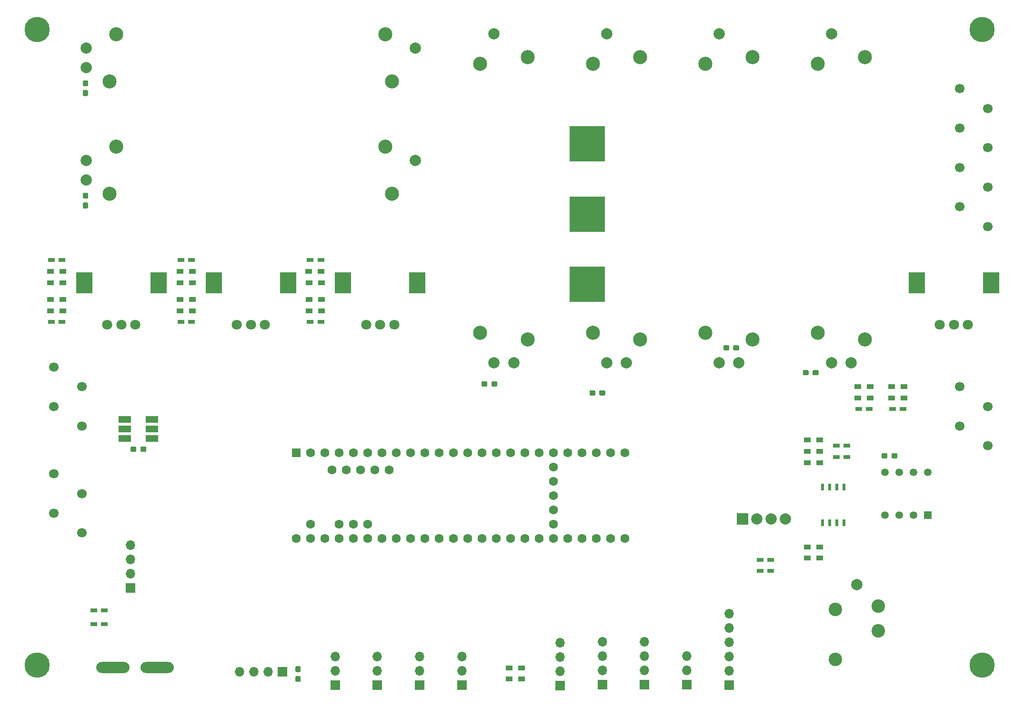
<source format=gbr>
G04 #@! TF.GenerationSoftware,KiCad,Pcbnew,5.1.2-f72e74a~84~ubuntu18.04.1*
G04 #@! TF.CreationDate,2019-07-06T16:20:52-06:00*
G04 #@! TF.ProjectId,colordance_mini,636f6c6f-7264-4616-9e63-655f6d696e69,rev?*
G04 #@! TF.SameCoordinates,Original*
G04 #@! TF.FileFunction,Soldermask,Bot*
G04 #@! TF.FilePolarity,Negative*
%FSLAX46Y46*%
G04 Gerber Fmt 4.6, Leading zero omitted, Abs format (unit mm)*
G04 Created by KiCad (PCBNEW 5.1.2-f72e74a~84~ubuntu18.04.1) date 2019-07-06 16:20:52*
%MOMM*%
%LPD*%
G04 APERTURE LIST*
%ADD10R,1.200000X0.750000*%
%ADD11R,2.203200X1.303200*%
%ADD12C,1.700000*%
%ADD13R,1.700000X1.700000*%
%ADD14O,1.700000X1.700000*%
%ADD15R,1.200000X0.900000*%
%ADD16C,2.000000*%
%ADD17C,2.500000*%
%ADD18R,3.000000X3.700000*%
%ADD19C,1.800000*%
%ADD20R,2.000000X2.000000*%
%ADD21R,1.350000X1.350000*%
%ADD22C,1.350000*%
%ADD23C,2.400000*%
%ADD24C,4.500000*%
%ADD25C,1.600000*%
%ADD26R,1.600000X1.600000*%
%ADD27R,0.508000X1.143000*%
%ADD28R,6.271260X6.271260*%
%ADD29C,0.100000*%
%ADD30C,0.950000*%
%ADD31O,5.930000X1.970000*%
G04 APERTURE END LIST*
D10*
X29550000Y-97000000D03*
X31450000Y-97000000D03*
X52550000Y-97000000D03*
X54450000Y-97000000D03*
X29550000Y-86000000D03*
X31450000Y-86000000D03*
X52550000Y-86000000D03*
X54450000Y-86000000D03*
X75550000Y-97000000D03*
X77450000Y-97000000D03*
X173050000Y-112500000D03*
X174950000Y-112500000D03*
X157434588Y-139277576D03*
X155534588Y-139277576D03*
X157434588Y-141277576D03*
X155534588Y-141277576D03*
X75550000Y-86000000D03*
X77450000Y-86000000D03*
X179050000Y-112500000D03*
X180950000Y-112500000D03*
X170950000Y-121000000D03*
X169050000Y-121000000D03*
X170950000Y-119000000D03*
X169050000Y-119000000D03*
D11*
X42600000Y-114299999D03*
X42600002Y-116000000D03*
X42600000Y-117700000D03*
X47400000Y-117700001D03*
X47399998Y-116000000D03*
X47400000Y-114300000D03*
D12*
X196000000Y-80000000D03*
X191000000Y-76500000D03*
X196000000Y-73000000D03*
X191000000Y-69500000D03*
X196000000Y-66000000D03*
X196000000Y-59000000D03*
X191000000Y-62500000D03*
X191000000Y-55500000D03*
D13*
X43600000Y-144300000D03*
D14*
X43600000Y-141760000D03*
X43600000Y-139220000D03*
X43600000Y-136680000D03*
D13*
X142500000Y-161500000D03*
D14*
X142500000Y-158960000D03*
X142500000Y-156420000D03*
D12*
X30000000Y-124000000D03*
X35000000Y-127500000D03*
X30000000Y-131000000D03*
X35000000Y-134500000D03*
X30000000Y-105000000D03*
X35000000Y-108500000D03*
X30000000Y-112000000D03*
X35000000Y-115500000D03*
X196000000Y-119000000D03*
X191000000Y-115500000D03*
X196000000Y-112000000D03*
X191000000Y-108500000D03*
D13*
X150000000Y-161580000D03*
D14*
X150000000Y-159040000D03*
X150000000Y-156500000D03*
X150000000Y-153960000D03*
X150000000Y-151420000D03*
X150000000Y-148880000D03*
D13*
X120000000Y-161620000D03*
D14*
X120000000Y-159080000D03*
X120000000Y-156540000D03*
X120000000Y-154000000D03*
D13*
X127500000Y-161500000D03*
D14*
X127500000Y-158960000D03*
X127500000Y-156420000D03*
X127500000Y-153880000D03*
D13*
X80000000Y-161580000D03*
D14*
X80000000Y-159040000D03*
X80000000Y-156500000D03*
D13*
X95000000Y-161580000D03*
D14*
X95000000Y-159040000D03*
X95000000Y-156500000D03*
D13*
X87500000Y-161580000D03*
D14*
X87500000Y-159040000D03*
X87500000Y-156500000D03*
D13*
X102500000Y-161580000D03*
D14*
X102500000Y-159040000D03*
X102500000Y-156500000D03*
D13*
X135000000Y-161500000D03*
D14*
X135000000Y-158960000D03*
X135000000Y-156420000D03*
X135000000Y-153880000D03*
D15*
X166100000Y-122000000D03*
X163900000Y-122000000D03*
X163900000Y-139000000D03*
X166100000Y-139000000D03*
X163900000Y-120000000D03*
X166100000Y-120000000D03*
X31600000Y-95000000D03*
X29400000Y-95000000D03*
X54600000Y-95000000D03*
X52400000Y-95000000D03*
X29400000Y-93000000D03*
X31600000Y-93000000D03*
X52400000Y-93000000D03*
X54600000Y-93000000D03*
X29400000Y-90000000D03*
X31600000Y-90000000D03*
X52400000Y-90000000D03*
X54600000Y-90000000D03*
X29400000Y-88000000D03*
X31600000Y-88000000D03*
X52400000Y-88000000D03*
X54600000Y-88000000D03*
X77600000Y-95000000D03*
X75400000Y-95000000D03*
X175100000Y-110500000D03*
X172900000Y-110500000D03*
X75400000Y-93000000D03*
X77600000Y-93000000D03*
X172900000Y-108500000D03*
X175100000Y-108500000D03*
X75400000Y-90000000D03*
X77600000Y-90000000D03*
X178900000Y-108500000D03*
X181100000Y-108500000D03*
X75300000Y-88000000D03*
X77500000Y-88000000D03*
X178900000Y-110500000D03*
X181100000Y-110500000D03*
X166100000Y-137000000D03*
X163900000Y-137000000D03*
X163900000Y-118000000D03*
X166100000Y-118000000D03*
X110900000Y-158500000D03*
X113100000Y-158500000D03*
X110900000Y-160500000D03*
X113100000Y-160500000D03*
D16*
X108250000Y-45750000D03*
X111750000Y-104250000D03*
D17*
X105800000Y-51100000D03*
X105800000Y-98900000D03*
X114200000Y-49900000D03*
X114200000Y-100100000D03*
D16*
X108250000Y-104250000D03*
X128250000Y-45750000D03*
X131750000Y-104250000D03*
D17*
X125800000Y-51100000D03*
X125800000Y-98900000D03*
X134200000Y-49900000D03*
X134200000Y-100100000D03*
D16*
X128250000Y-104250000D03*
X94250000Y-48250000D03*
X35750000Y-51750000D03*
D17*
X88900000Y-45800000D03*
X41100000Y-45800000D03*
X90100000Y-54200000D03*
X39900000Y-54200000D03*
D16*
X35750000Y-48250000D03*
X94250000Y-68250000D03*
X35750000Y-71750000D03*
D17*
X88900000Y-65800000D03*
X41100000Y-65800000D03*
X90100000Y-74200000D03*
X39900000Y-74200000D03*
D16*
X35750000Y-68250000D03*
X148250000Y-45750000D03*
X151750000Y-104250000D03*
D17*
X145800000Y-51100000D03*
X145800000Y-98900000D03*
X154200000Y-49900000D03*
X154200000Y-100100000D03*
D16*
X148250000Y-104250000D03*
X168250000Y-45750000D03*
X171750000Y-104250000D03*
D17*
X165800000Y-51100000D03*
X165800000Y-98900000D03*
X174200000Y-49900000D03*
X174200000Y-100100000D03*
D16*
X168250000Y-104250000D03*
D18*
X35400000Y-90000000D03*
X48600000Y-90000000D03*
D19*
X42000000Y-97500000D03*
X39500000Y-97500000D03*
X44500000Y-97500000D03*
D18*
X58400000Y-90000000D03*
X71600000Y-90000000D03*
D19*
X65000000Y-97500000D03*
X62500000Y-97500000D03*
X67500000Y-97500000D03*
D18*
X81400000Y-90000000D03*
X94600000Y-90000000D03*
D19*
X88000000Y-97500000D03*
X85500000Y-97500000D03*
X90500000Y-97500000D03*
D18*
X183400000Y-90000000D03*
X196600000Y-90000000D03*
D19*
X190000000Y-97500000D03*
X187500000Y-97500000D03*
X192500000Y-97500000D03*
D20*
X152420000Y-132000000D03*
D16*
X154960000Y-132000000D03*
X157500000Y-132000000D03*
X160040000Y-132000000D03*
D21*
X185310000Y-131310000D03*
D22*
X182770000Y-131310000D03*
X180230000Y-131310000D03*
X177690000Y-131310000D03*
X177690000Y-123690000D03*
X180230000Y-123690000D03*
X182770000Y-123690000D03*
X185310000Y-123690000D03*
D10*
X38983814Y-148240702D03*
X37083814Y-148240702D03*
X38983814Y-150740702D03*
X37083814Y-150740702D03*
D16*
X172690000Y-143685000D03*
D23*
X168880000Y-148135000D03*
X176500000Y-147500000D03*
X168880000Y-157025000D03*
X176500000Y-151945000D03*
D24*
X195000000Y-45000000D03*
X27000000Y-158000000D03*
X27000000Y-45000000D03*
X195000000Y-158000000D03*
D25*
X113700000Y-120260000D03*
X116240000Y-120260000D03*
X118780000Y-120260000D03*
X121320000Y-120260000D03*
X111160000Y-120260000D03*
X108620000Y-120260000D03*
X106080000Y-120260000D03*
X123860000Y-120260000D03*
X126400000Y-120260000D03*
X128940000Y-120260000D03*
X131480000Y-120260000D03*
X118780000Y-122800000D03*
X118780000Y-125340000D03*
X118780000Y-127880000D03*
X118780000Y-130420000D03*
X118780000Y-132960000D03*
X131480000Y-135500000D03*
X128940000Y-135500000D03*
X126400000Y-135500000D03*
X123860000Y-135500000D03*
X121320000Y-135500000D03*
X118780000Y-135500000D03*
X116240000Y-135500000D03*
X113700000Y-135500000D03*
X103540000Y-120260000D03*
X101000000Y-120260000D03*
X98460000Y-120260000D03*
X95920000Y-120260000D03*
X93380000Y-120260000D03*
X90840000Y-120260000D03*
X88300000Y-120260000D03*
X85760000Y-120260000D03*
X83220000Y-120260000D03*
X80680000Y-120260000D03*
X78140000Y-120260000D03*
X75600000Y-120260000D03*
D26*
X73060000Y-120260000D03*
D25*
X111160000Y-135500000D03*
X108620000Y-135500000D03*
X106080000Y-135500000D03*
X103540000Y-135500000D03*
X101000000Y-135500000D03*
X98460000Y-135500000D03*
X95920000Y-135500000D03*
X93380000Y-135500000D03*
X90840000Y-135500000D03*
X88300000Y-135500000D03*
X85760000Y-135500000D03*
X83220000Y-135500000D03*
X80680000Y-135500000D03*
X78140000Y-135500000D03*
X75600000Y-135500000D03*
X73060000Y-135500000D03*
X75600000Y-132960000D03*
X80680000Y-132960000D03*
X83220000Y-132960000D03*
X85760000Y-132960000D03*
X79410000Y-123260000D03*
X81950000Y-123260000D03*
X84490000Y-123260000D03*
X87030000Y-123260000D03*
X89570000Y-123260000D03*
D27*
X166595000Y-132675000D03*
X167865000Y-132675000D03*
X169135000Y-132675000D03*
X170405000Y-132675000D03*
X170405000Y-126325000D03*
X169135000Y-126325000D03*
X167865000Y-126325000D03*
X166595000Y-126325000D03*
D28*
X124800000Y-90299340D03*
X124800000Y-77800000D03*
X124800000Y-65300660D03*
D29*
G36*
X108585779Y-107526144D02*
G01*
X108608834Y-107529563D01*
X108631443Y-107535227D01*
X108653387Y-107543079D01*
X108674457Y-107553044D01*
X108694448Y-107565026D01*
X108713168Y-107578910D01*
X108730438Y-107594562D01*
X108746090Y-107611832D01*
X108759974Y-107630552D01*
X108771956Y-107650543D01*
X108781921Y-107671613D01*
X108789773Y-107693557D01*
X108795437Y-107716166D01*
X108798856Y-107739221D01*
X108800000Y-107762500D01*
X108800000Y-108237500D01*
X108798856Y-108260779D01*
X108795437Y-108283834D01*
X108789773Y-108306443D01*
X108781921Y-108328387D01*
X108771956Y-108349457D01*
X108759974Y-108369448D01*
X108746090Y-108388168D01*
X108730438Y-108405438D01*
X108713168Y-108421090D01*
X108694448Y-108434974D01*
X108674457Y-108446956D01*
X108653387Y-108456921D01*
X108631443Y-108464773D01*
X108608834Y-108470437D01*
X108585779Y-108473856D01*
X108562500Y-108475000D01*
X107987500Y-108475000D01*
X107964221Y-108473856D01*
X107941166Y-108470437D01*
X107918557Y-108464773D01*
X107896613Y-108456921D01*
X107875543Y-108446956D01*
X107855552Y-108434974D01*
X107836832Y-108421090D01*
X107819562Y-108405438D01*
X107803910Y-108388168D01*
X107790026Y-108369448D01*
X107778044Y-108349457D01*
X107768079Y-108328387D01*
X107760227Y-108306443D01*
X107754563Y-108283834D01*
X107751144Y-108260779D01*
X107750000Y-108237500D01*
X107750000Y-107762500D01*
X107751144Y-107739221D01*
X107754563Y-107716166D01*
X107760227Y-107693557D01*
X107768079Y-107671613D01*
X107778044Y-107650543D01*
X107790026Y-107630552D01*
X107803910Y-107611832D01*
X107819562Y-107594562D01*
X107836832Y-107578910D01*
X107855552Y-107565026D01*
X107875543Y-107553044D01*
X107896613Y-107543079D01*
X107918557Y-107535227D01*
X107941166Y-107529563D01*
X107964221Y-107526144D01*
X107987500Y-107525000D01*
X108562500Y-107525000D01*
X108585779Y-107526144D01*
X108585779Y-107526144D01*
G37*
D30*
X108275000Y-108000000D03*
D29*
G36*
X106835779Y-107526144D02*
G01*
X106858834Y-107529563D01*
X106881443Y-107535227D01*
X106903387Y-107543079D01*
X106924457Y-107553044D01*
X106944448Y-107565026D01*
X106963168Y-107578910D01*
X106980438Y-107594562D01*
X106996090Y-107611832D01*
X107009974Y-107630552D01*
X107021956Y-107650543D01*
X107031921Y-107671613D01*
X107039773Y-107693557D01*
X107045437Y-107716166D01*
X107048856Y-107739221D01*
X107050000Y-107762500D01*
X107050000Y-108237500D01*
X107048856Y-108260779D01*
X107045437Y-108283834D01*
X107039773Y-108306443D01*
X107031921Y-108328387D01*
X107021956Y-108349457D01*
X107009974Y-108369448D01*
X106996090Y-108388168D01*
X106980438Y-108405438D01*
X106963168Y-108421090D01*
X106944448Y-108434974D01*
X106924457Y-108446956D01*
X106903387Y-108456921D01*
X106881443Y-108464773D01*
X106858834Y-108470437D01*
X106835779Y-108473856D01*
X106812500Y-108475000D01*
X106237500Y-108475000D01*
X106214221Y-108473856D01*
X106191166Y-108470437D01*
X106168557Y-108464773D01*
X106146613Y-108456921D01*
X106125543Y-108446956D01*
X106105552Y-108434974D01*
X106086832Y-108421090D01*
X106069562Y-108405438D01*
X106053910Y-108388168D01*
X106040026Y-108369448D01*
X106028044Y-108349457D01*
X106018079Y-108328387D01*
X106010227Y-108306443D01*
X106004563Y-108283834D01*
X106001144Y-108260779D01*
X106000000Y-108237500D01*
X106000000Y-107762500D01*
X106001144Y-107739221D01*
X106004563Y-107716166D01*
X106010227Y-107693557D01*
X106018079Y-107671613D01*
X106028044Y-107650543D01*
X106040026Y-107630552D01*
X106053910Y-107611832D01*
X106069562Y-107594562D01*
X106086832Y-107578910D01*
X106105552Y-107565026D01*
X106125543Y-107553044D01*
X106146613Y-107543079D01*
X106168557Y-107535227D01*
X106191166Y-107529563D01*
X106214221Y-107526144D01*
X106237500Y-107525000D01*
X106812500Y-107525000D01*
X106835779Y-107526144D01*
X106835779Y-107526144D01*
G37*
D30*
X106525000Y-108000000D03*
D29*
G36*
X127785779Y-109126144D02*
G01*
X127808834Y-109129563D01*
X127831443Y-109135227D01*
X127853387Y-109143079D01*
X127874457Y-109153044D01*
X127894448Y-109165026D01*
X127913168Y-109178910D01*
X127930438Y-109194562D01*
X127946090Y-109211832D01*
X127959974Y-109230552D01*
X127971956Y-109250543D01*
X127981921Y-109271613D01*
X127989773Y-109293557D01*
X127995437Y-109316166D01*
X127998856Y-109339221D01*
X128000000Y-109362500D01*
X128000000Y-109837500D01*
X127998856Y-109860779D01*
X127995437Y-109883834D01*
X127989773Y-109906443D01*
X127981921Y-109928387D01*
X127971956Y-109949457D01*
X127959974Y-109969448D01*
X127946090Y-109988168D01*
X127930438Y-110005438D01*
X127913168Y-110021090D01*
X127894448Y-110034974D01*
X127874457Y-110046956D01*
X127853387Y-110056921D01*
X127831443Y-110064773D01*
X127808834Y-110070437D01*
X127785779Y-110073856D01*
X127762500Y-110075000D01*
X127187500Y-110075000D01*
X127164221Y-110073856D01*
X127141166Y-110070437D01*
X127118557Y-110064773D01*
X127096613Y-110056921D01*
X127075543Y-110046956D01*
X127055552Y-110034974D01*
X127036832Y-110021090D01*
X127019562Y-110005438D01*
X127003910Y-109988168D01*
X126990026Y-109969448D01*
X126978044Y-109949457D01*
X126968079Y-109928387D01*
X126960227Y-109906443D01*
X126954563Y-109883834D01*
X126951144Y-109860779D01*
X126950000Y-109837500D01*
X126950000Y-109362500D01*
X126951144Y-109339221D01*
X126954563Y-109316166D01*
X126960227Y-109293557D01*
X126968079Y-109271613D01*
X126978044Y-109250543D01*
X126990026Y-109230552D01*
X127003910Y-109211832D01*
X127019562Y-109194562D01*
X127036832Y-109178910D01*
X127055552Y-109165026D01*
X127075543Y-109153044D01*
X127096613Y-109143079D01*
X127118557Y-109135227D01*
X127141166Y-109129563D01*
X127164221Y-109126144D01*
X127187500Y-109125000D01*
X127762500Y-109125000D01*
X127785779Y-109126144D01*
X127785779Y-109126144D01*
G37*
D30*
X127475000Y-109600000D03*
D29*
G36*
X126035779Y-109126144D02*
G01*
X126058834Y-109129563D01*
X126081443Y-109135227D01*
X126103387Y-109143079D01*
X126124457Y-109153044D01*
X126144448Y-109165026D01*
X126163168Y-109178910D01*
X126180438Y-109194562D01*
X126196090Y-109211832D01*
X126209974Y-109230552D01*
X126221956Y-109250543D01*
X126231921Y-109271613D01*
X126239773Y-109293557D01*
X126245437Y-109316166D01*
X126248856Y-109339221D01*
X126250000Y-109362500D01*
X126250000Y-109837500D01*
X126248856Y-109860779D01*
X126245437Y-109883834D01*
X126239773Y-109906443D01*
X126231921Y-109928387D01*
X126221956Y-109949457D01*
X126209974Y-109969448D01*
X126196090Y-109988168D01*
X126180438Y-110005438D01*
X126163168Y-110021090D01*
X126144448Y-110034974D01*
X126124457Y-110046956D01*
X126103387Y-110056921D01*
X126081443Y-110064773D01*
X126058834Y-110070437D01*
X126035779Y-110073856D01*
X126012500Y-110075000D01*
X125437500Y-110075000D01*
X125414221Y-110073856D01*
X125391166Y-110070437D01*
X125368557Y-110064773D01*
X125346613Y-110056921D01*
X125325543Y-110046956D01*
X125305552Y-110034974D01*
X125286832Y-110021090D01*
X125269562Y-110005438D01*
X125253910Y-109988168D01*
X125240026Y-109969448D01*
X125228044Y-109949457D01*
X125218079Y-109928387D01*
X125210227Y-109906443D01*
X125204563Y-109883834D01*
X125201144Y-109860779D01*
X125200000Y-109837500D01*
X125200000Y-109362500D01*
X125201144Y-109339221D01*
X125204563Y-109316166D01*
X125210227Y-109293557D01*
X125218079Y-109271613D01*
X125228044Y-109250543D01*
X125240026Y-109230552D01*
X125253910Y-109211832D01*
X125269562Y-109194562D01*
X125286832Y-109178910D01*
X125305552Y-109165026D01*
X125325543Y-109153044D01*
X125346613Y-109143079D01*
X125368557Y-109135227D01*
X125391166Y-109129563D01*
X125414221Y-109126144D01*
X125437500Y-109125000D01*
X126012500Y-109125000D01*
X126035779Y-109126144D01*
X126035779Y-109126144D01*
G37*
D30*
X125725000Y-109600000D03*
D29*
G36*
X35860779Y-54001144D02*
G01*
X35883834Y-54004563D01*
X35906443Y-54010227D01*
X35928387Y-54018079D01*
X35949457Y-54028044D01*
X35969448Y-54040026D01*
X35988168Y-54053910D01*
X36005438Y-54069562D01*
X36021090Y-54086832D01*
X36034974Y-54105552D01*
X36046956Y-54125543D01*
X36056921Y-54146613D01*
X36064773Y-54168557D01*
X36070437Y-54191166D01*
X36073856Y-54214221D01*
X36075000Y-54237500D01*
X36075000Y-54812500D01*
X36073856Y-54835779D01*
X36070437Y-54858834D01*
X36064773Y-54881443D01*
X36056921Y-54903387D01*
X36046956Y-54924457D01*
X36034974Y-54944448D01*
X36021090Y-54963168D01*
X36005438Y-54980438D01*
X35988168Y-54996090D01*
X35969448Y-55009974D01*
X35949457Y-55021956D01*
X35928387Y-55031921D01*
X35906443Y-55039773D01*
X35883834Y-55045437D01*
X35860779Y-55048856D01*
X35837500Y-55050000D01*
X35362500Y-55050000D01*
X35339221Y-55048856D01*
X35316166Y-55045437D01*
X35293557Y-55039773D01*
X35271613Y-55031921D01*
X35250543Y-55021956D01*
X35230552Y-55009974D01*
X35211832Y-54996090D01*
X35194562Y-54980438D01*
X35178910Y-54963168D01*
X35165026Y-54944448D01*
X35153044Y-54924457D01*
X35143079Y-54903387D01*
X35135227Y-54881443D01*
X35129563Y-54858834D01*
X35126144Y-54835779D01*
X35125000Y-54812500D01*
X35125000Y-54237500D01*
X35126144Y-54214221D01*
X35129563Y-54191166D01*
X35135227Y-54168557D01*
X35143079Y-54146613D01*
X35153044Y-54125543D01*
X35165026Y-54105552D01*
X35178910Y-54086832D01*
X35194562Y-54069562D01*
X35211832Y-54053910D01*
X35230552Y-54040026D01*
X35250543Y-54028044D01*
X35271613Y-54018079D01*
X35293557Y-54010227D01*
X35316166Y-54004563D01*
X35339221Y-54001144D01*
X35362500Y-54000000D01*
X35837500Y-54000000D01*
X35860779Y-54001144D01*
X35860779Y-54001144D01*
G37*
D30*
X35600000Y-54525000D03*
D29*
G36*
X35860779Y-55751144D02*
G01*
X35883834Y-55754563D01*
X35906443Y-55760227D01*
X35928387Y-55768079D01*
X35949457Y-55778044D01*
X35969448Y-55790026D01*
X35988168Y-55803910D01*
X36005438Y-55819562D01*
X36021090Y-55836832D01*
X36034974Y-55855552D01*
X36046956Y-55875543D01*
X36056921Y-55896613D01*
X36064773Y-55918557D01*
X36070437Y-55941166D01*
X36073856Y-55964221D01*
X36075000Y-55987500D01*
X36075000Y-56562500D01*
X36073856Y-56585779D01*
X36070437Y-56608834D01*
X36064773Y-56631443D01*
X36056921Y-56653387D01*
X36046956Y-56674457D01*
X36034974Y-56694448D01*
X36021090Y-56713168D01*
X36005438Y-56730438D01*
X35988168Y-56746090D01*
X35969448Y-56759974D01*
X35949457Y-56771956D01*
X35928387Y-56781921D01*
X35906443Y-56789773D01*
X35883834Y-56795437D01*
X35860779Y-56798856D01*
X35837500Y-56800000D01*
X35362500Y-56800000D01*
X35339221Y-56798856D01*
X35316166Y-56795437D01*
X35293557Y-56789773D01*
X35271613Y-56781921D01*
X35250543Y-56771956D01*
X35230552Y-56759974D01*
X35211832Y-56746090D01*
X35194562Y-56730438D01*
X35178910Y-56713168D01*
X35165026Y-56694448D01*
X35153044Y-56674457D01*
X35143079Y-56653387D01*
X35135227Y-56631443D01*
X35129563Y-56608834D01*
X35126144Y-56585779D01*
X35125000Y-56562500D01*
X35125000Y-55987500D01*
X35126144Y-55964221D01*
X35129563Y-55941166D01*
X35135227Y-55918557D01*
X35143079Y-55896613D01*
X35153044Y-55875543D01*
X35165026Y-55855552D01*
X35178910Y-55836832D01*
X35194562Y-55819562D01*
X35211832Y-55803910D01*
X35230552Y-55790026D01*
X35250543Y-55778044D01*
X35271613Y-55768079D01*
X35293557Y-55760227D01*
X35316166Y-55754563D01*
X35339221Y-55751144D01*
X35362500Y-55750000D01*
X35837500Y-55750000D01*
X35860779Y-55751144D01*
X35860779Y-55751144D01*
G37*
D30*
X35600000Y-56275000D03*
D29*
G36*
X35860779Y-75751144D02*
G01*
X35883834Y-75754563D01*
X35906443Y-75760227D01*
X35928387Y-75768079D01*
X35949457Y-75778044D01*
X35969448Y-75790026D01*
X35988168Y-75803910D01*
X36005438Y-75819562D01*
X36021090Y-75836832D01*
X36034974Y-75855552D01*
X36046956Y-75875543D01*
X36056921Y-75896613D01*
X36064773Y-75918557D01*
X36070437Y-75941166D01*
X36073856Y-75964221D01*
X36075000Y-75987500D01*
X36075000Y-76562500D01*
X36073856Y-76585779D01*
X36070437Y-76608834D01*
X36064773Y-76631443D01*
X36056921Y-76653387D01*
X36046956Y-76674457D01*
X36034974Y-76694448D01*
X36021090Y-76713168D01*
X36005438Y-76730438D01*
X35988168Y-76746090D01*
X35969448Y-76759974D01*
X35949457Y-76771956D01*
X35928387Y-76781921D01*
X35906443Y-76789773D01*
X35883834Y-76795437D01*
X35860779Y-76798856D01*
X35837500Y-76800000D01*
X35362500Y-76800000D01*
X35339221Y-76798856D01*
X35316166Y-76795437D01*
X35293557Y-76789773D01*
X35271613Y-76781921D01*
X35250543Y-76771956D01*
X35230552Y-76759974D01*
X35211832Y-76746090D01*
X35194562Y-76730438D01*
X35178910Y-76713168D01*
X35165026Y-76694448D01*
X35153044Y-76674457D01*
X35143079Y-76653387D01*
X35135227Y-76631443D01*
X35129563Y-76608834D01*
X35126144Y-76585779D01*
X35125000Y-76562500D01*
X35125000Y-75987500D01*
X35126144Y-75964221D01*
X35129563Y-75941166D01*
X35135227Y-75918557D01*
X35143079Y-75896613D01*
X35153044Y-75875543D01*
X35165026Y-75855552D01*
X35178910Y-75836832D01*
X35194562Y-75819562D01*
X35211832Y-75803910D01*
X35230552Y-75790026D01*
X35250543Y-75778044D01*
X35271613Y-75768079D01*
X35293557Y-75760227D01*
X35316166Y-75754563D01*
X35339221Y-75751144D01*
X35362500Y-75750000D01*
X35837500Y-75750000D01*
X35860779Y-75751144D01*
X35860779Y-75751144D01*
G37*
D30*
X35600000Y-76275000D03*
D29*
G36*
X35860779Y-74001144D02*
G01*
X35883834Y-74004563D01*
X35906443Y-74010227D01*
X35928387Y-74018079D01*
X35949457Y-74028044D01*
X35969448Y-74040026D01*
X35988168Y-74053910D01*
X36005438Y-74069562D01*
X36021090Y-74086832D01*
X36034974Y-74105552D01*
X36046956Y-74125543D01*
X36056921Y-74146613D01*
X36064773Y-74168557D01*
X36070437Y-74191166D01*
X36073856Y-74214221D01*
X36075000Y-74237500D01*
X36075000Y-74812500D01*
X36073856Y-74835779D01*
X36070437Y-74858834D01*
X36064773Y-74881443D01*
X36056921Y-74903387D01*
X36046956Y-74924457D01*
X36034974Y-74944448D01*
X36021090Y-74963168D01*
X36005438Y-74980438D01*
X35988168Y-74996090D01*
X35969448Y-75009974D01*
X35949457Y-75021956D01*
X35928387Y-75031921D01*
X35906443Y-75039773D01*
X35883834Y-75045437D01*
X35860779Y-75048856D01*
X35837500Y-75050000D01*
X35362500Y-75050000D01*
X35339221Y-75048856D01*
X35316166Y-75045437D01*
X35293557Y-75039773D01*
X35271613Y-75031921D01*
X35250543Y-75021956D01*
X35230552Y-75009974D01*
X35211832Y-74996090D01*
X35194562Y-74980438D01*
X35178910Y-74963168D01*
X35165026Y-74944448D01*
X35153044Y-74924457D01*
X35143079Y-74903387D01*
X35135227Y-74881443D01*
X35129563Y-74858834D01*
X35126144Y-74835779D01*
X35125000Y-74812500D01*
X35125000Y-74237500D01*
X35126144Y-74214221D01*
X35129563Y-74191166D01*
X35135227Y-74168557D01*
X35143079Y-74146613D01*
X35153044Y-74125543D01*
X35165026Y-74105552D01*
X35178910Y-74086832D01*
X35194562Y-74069562D01*
X35211832Y-74053910D01*
X35230552Y-74040026D01*
X35250543Y-74028044D01*
X35271613Y-74018079D01*
X35293557Y-74010227D01*
X35316166Y-74004563D01*
X35339221Y-74001144D01*
X35362500Y-74000000D01*
X35837500Y-74000000D01*
X35860779Y-74001144D01*
X35860779Y-74001144D01*
G37*
D30*
X35600000Y-74525000D03*
D29*
G36*
X151585779Y-101126144D02*
G01*
X151608834Y-101129563D01*
X151631443Y-101135227D01*
X151653387Y-101143079D01*
X151674457Y-101153044D01*
X151694448Y-101165026D01*
X151713168Y-101178910D01*
X151730438Y-101194562D01*
X151746090Y-101211832D01*
X151759974Y-101230552D01*
X151771956Y-101250543D01*
X151781921Y-101271613D01*
X151789773Y-101293557D01*
X151795437Y-101316166D01*
X151798856Y-101339221D01*
X151800000Y-101362500D01*
X151800000Y-101837500D01*
X151798856Y-101860779D01*
X151795437Y-101883834D01*
X151789773Y-101906443D01*
X151781921Y-101928387D01*
X151771956Y-101949457D01*
X151759974Y-101969448D01*
X151746090Y-101988168D01*
X151730438Y-102005438D01*
X151713168Y-102021090D01*
X151694448Y-102034974D01*
X151674457Y-102046956D01*
X151653387Y-102056921D01*
X151631443Y-102064773D01*
X151608834Y-102070437D01*
X151585779Y-102073856D01*
X151562500Y-102075000D01*
X150987500Y-102075000D01*
X150964221Y-102073856D01*
X150941166Y-102070437D01*
X150918557Y-102064773D01*
X150896613Y-102056921D01*
X150875543Y-102046956D01*
X150855552Y-102034974D01*
X150836832Y-102021090D01*
X150819562Y-102005438D01*
X150803910Y-101988168D01*
X150790026Y-101969448D01*
X150778044Y-101949457D01*
X150768079Y-101928387D01*
X150760227Y-101906443D01*
X150754563Y-101883834D01*
X150751144Y-101860779D01*
X150750000Y-101837500D01*
X150750000Y-101362500D01*
X150751144Y-101339221D01*
X150754563Y-101316166D01*
X150760227Y-101293557D01*
X150768079Y-101271613D01*
X150778044Y-101250543D01*
X150790026Y-101230552D01*
X150803910Y-101211832D01*
X150819562Y-101194562D01*
X150836832Y-101178910D01*
X150855552Y-101165026D01*
X150875543Y-101153044D01*
X150896613Y-101143079D01*
X150918557Y-101135227D01*
X150941166Y-101129563D01*
X150964221Y-101126144D01*
X150987500Y-101125000D01*
X151562500Y-101125000D01*
X151585779Y-101126144D01*
X151585779Y-101126144D01*
G37*
D30*
X151275000Y-101600000D03*
D29*
G36*
X149835779Y-101126144D02*
G01*
X149858834Y-101129563D01*
X149881443Y-101135227D01*
X149903387Y-101143079D01*
X149924457Y-101153044D01*
X149944448Y-101165026D01*
X149963168Y-101178910D01*
X149980438Y-101194562D01*
X149996090Y-101211832D01*
X150009974Y-101230552D01*
X150021956Y-101250543D01*
X150031921Y-101271613D01*
X150039773Y-101293557D01*
X150045437Y-101316166D01*
X150048856Y-101339221D01*
X150050000Y-101362500D01*
X150050000Y-101837500D01*
X150048856Y-101860779D01*
X150045437Y-101883834D01*
X150039773Y-101906443D01*
X150031921Y-101928387D01*
X150021956Y-101949457D01*
X150009974Y-101969448D01*
X149996090Y-101988168D01*
X149980438Y-102005438D01*
X149963168Y-102021090D01*
X149944448Y-102034974D01*
X149924457Y-102046956D01*
X149903387Y-102056921D01*
X149881443Y-102064773D01*
X149858834Y-102070437D01*
X149835779Y-102073856D01*
X149812500Y-102075000D01*
X149237500Y-102075000D01*
X149214221Y-102073856D01*
X149191166Y-102070437D01*
X149168557Y-102064773D01*
X149146613Y-102056921D01*
X149125543Y-102046956D01*
X149105552Y-102034974D01*
X149086832Y-102021090D01*
X149069562Y-102005438D01*
X149053910Y-101988168D01*
X149040026Y-101969448D01*
X149028044Y-101949457D01*
X149018079Y-101928387D01*
X149010227Y-101906443D01*
X149004563Y-101883834D01*
X149001144Y-101860779D01*
X149000000Y-101837500D01*
X149000000Y-101362500D01*
X149001144Y-101339221D01*
X149004563Y-101316166D01*
X149010227Y-101293557D01*
X149018079Y-101271613D01*
X149028044Y-101250543D01*
X149040026Y-101230552D01*
X149053910Y-101211832D01*
X149069562Y-101194562D01*
X149086832Y-101178910D01*
X149105552Y-101165026D01*
X149125543Y-101153044D01*
X149146613Y-101143079D01*
X149168557Y-101135227D01*
X149191166Y-101129563D01*
X149214221Y-101126144D01*
X149237500Y-101125000D01*
X149812500Y-101125000D01*
X149835779Y-101126144D01*
X149835779Y-101126144D01*
G37*
D30*
X149525000Y-101600000D03*
D29*
G36*
X163960779Y-105526144D02*
G01*
X163983834Y-105529563D01*
X164006443Y-105535227D01*
X164028387Y-105543079D01*
X164049457Y-105553044D01*
X164069448Y-105565026D01*
X164088168Y-105578910D01*
X164105438Y-105594562D01*
X164121090Y-105611832D01*
X164134974Y-105630552D01*
X164146956Y-105650543D01*
X164156921Y-105671613D01*
X164164773Y-105693557D01*
X164170437Y-105716166D01*
X164173856Y-105739221D01*
X164175000Y-105762500D01*
X164175000Y-106237500D01*
X164173856Y-106260779D01*
X164170437Y-106283834D01*
X164164773Y-106306443D01*
X164156921Y-106328387D01*
X164146956Y-106349457D01*
X164134974Y-106369448D01*
X164121090Y-106388168D01*
X164105438Y-106405438D01*
X164088168Y-106421090D01*
X164069448Y-106434974D01*
X164049457Y-106446956D01*
X164028387Y-106456921D01*
X164006443Y-106464773D01*
X163983834Y-106470437D01*
X163960779Y-106473856D01*
X163937500Y-106475000D01*
X163362500Y-106475000D01*
X163339221Y-106473856D01*
X163316166Y-106470437D01*
X163293557Y-106464773D01*
X163271613Y-106456921D01*
X163250543Y-106446956D01*
X163230552Y-106434974D01*
X163211832Y-106421090D01*
X163194562Y-106405438D01*
X163178910Y-106388168D01*
X163165026Y-106369448D01*
X163153044Y-106349457D01*
X163143079Y-106328387D01*
X163135227Y-106306443D01*
X163129563Y-106283834D01*
X163126144Y-106260779D01*
X163125000Y-106237500D01*
X163125000Y-105762500D01*
X163126144Y-105739221D01*
X163129563Y-105716166D01*
X163135227Y-105693557D01*
X163143079Y-105671613D01*
X163153044Y-105650543D01*
X163165026Y-105630552D01*
X163178910Y-105611832D01*
X163194562Y-105594562D01*
X163211832Y-105578910D01*
X163230552Y-105565026D01*
X163250543Y-105553044D01*
X163271613Y-105543079D01*
X163293557Y-105535227D01*
X163316166Y-105529563D01*
X163339221Y-105526144D01*
X163362500Y-105525000D01*
X163937500Y-105525000D01*
X163960779Y-105526144D01*
X163960779Y-105526144D01*
G37*
D30*
X163650000Y-106000000D03*
D29*
G36*
X165710779Y-105526144D02*
G01*
X165733834Y-105529563D01*
X165756443Y-105535227D01*
X165778387Y-105543079D01*
X165799457Y-105553044D01*
X165819448Y-105565026D01*
X165838168Y-105578910D01*
X165855438Y-105594562D01*
X165871090Y-105611832D01*
X165884974Y-105630552D01*
X165896956Y-105650543D01*
X165906921Y-105671613D01*
X165914773Y-105693557D01*
X165920437Y-105716166D01*
X165923856Y-105739221D01*
X165925000Y-105762500D01*
X165925000Y-106237500D01*
X165923856Y-106260779D01*
X165920437Y-106283834D01*
X165914773Y-106306443D01*
X165906921Y-106328387D01*
X165896956Y-106349457D01*
X165884974Y-106369448D01*
X165871090Y-106388168D01*
X165855438Y-106405438D01*
X165838168Y-106421090D01*
X165819448Y-106434974D01*
X165799457Y-106446956D01*
X165778387Y-106456921D01*
X165756443Y-106464773D01*
X165733834Y-106470437D01*
X165710779Y-106473856D01*
X165687500Y-106475000D01*
X165112500Y-106475000D01*
X165089221Y-106473856D01*
X165066166Y-106470437D01*
X165043557Y-106464773D01*
X165021613Y-106456921D01*
X165000543Y-106446956D01*
X164980552Y-106434974D01*
X164961832Y-106421090D01*
X164944562Y-106405438D01*
X164928910Y-106388168D01*
X164915026Y-106369448D01*
X164903044Y-106349457D01*
X164893079Y-106328387D01*
X164885227Y-106306443D01*
X164879563Y-106283834D01*
X164876144Y-106260779D01*
X164875000Y-106237500D01*
X164875000Y-105762500D01*
X164876144Y-105739221D01*
X164879563Y-105716166D01*
X164885227Y-105693557D01*
X164893079Y-105671613D01*
X164903044Y-105650543D01*
X164915026Y-105630552D01*
X164928910Y-105611832D01*
X164944562Y-105594562D01*
X164961832Y-105578910D01*
X164980552Y-105565026D01*
X165000543Y-105553044D01*
X165021613Y-105543079D01*
X165043557Y-105535227D01*
X165066166Y-105529563D01*
X165089221Y-105526144D01*
X165112500Y-105525000D01*
X165687500Y-105525000D01*
X165710779Y-105526144D01*
X165710779Y-105526144D01*
G37*
D30*
X165400000Y-106000000D03*
D13*
X70600000Y-159200000D03*
D14*
X68060000Y-159200000D03*
X65520000Y-159200000D03*
X62980000Y-159200000D03*
D31*
X48350000Y-158400000D03*
X40450000Y-158400000D03*
D29*
G36*
X179710779Y-120326144D02*
G01*
X179733834Y-120329563D01*
X179756443Y-120335227D01*
X179778387Y-120343079D01*
X179799457Y-120353044D01*
X179819448Y-120365026D01*
X179838168Y-120378910D01*
X179855438Y-120394562D01*
X179871090Y-120411832D01*
X179884974Y-120430552D01*
X179896956Y-120450543D01*
X179906921Y-120471613D01*
X179914773Y-120493557D01*
X179920437Y-120516166D01*
X179923856Y-120539221D01*
X179925000Y-120562500D01*
X179925000Y-121037500D01*
X179923856Y-121060779D01*
X179920437Y-121083834D01*
X179914773Y-121106443D01*
X179906921Y-121128387D01*
X179896956Y-121149457D01*
X179884974Y-121169448D01*
X179871090Y-121188168D01*
X179855438Y-121205438D01*
X179838168Y-121221090D01*
X179819448Y-121234974D01*
X179799457Y-121246956D01*
X179778387Y-121256921D01*
X179756443Y-121264773D01*
X179733834Y-121270437D01*
X179710779Y-121273856D01*
X179687500Y-121275000D01*
X179112500Y-121275000D01*
X179089221Y-121273856D01*
X179066166Y-121270437D01*
X179043557Y-121264773D01*
X179021613Y-121256921D01*
X179000543Y-121246956D01*
X178980552Y-121234974D01*
X178961832Y-121221090D01*
X178944562Y-121205438D01*
X178928910Y-121188168D01*
X178915026Y-121169448D01*
X178903044Y-121149457D01*
X178893079Y-121128387D01*
X178885227Y-121106443D01*
X178879563Y-121083834D01*
X178876144Y-121060779D01*
X178875000Y-121037500D01*
X178875000Y-120562500D01*
X178876144Y-120539221D01*
X178879563Y-120516166D01*
X178885227Y-120493557D01*
X178893079Y-120471613D01*
X178903044Y-120450543D01*
X178915026Y-120430552D01*
X178928910Y-120411832D01*
X178944562Y-120394562D01*
X178961832Y-120378910D01*
X178980552Y-120365026D01*
X179000543Y-120353044D01*
X179021613Y-120343079D01*
X179043557Y-120335227D01*
X179066166Y-120329563D01*
X179089221Y-120326144D01*
X179112500Y-120325000D01*
X179687500Y-120325000D01*
X179710779Y-120326144D01*
X179710779Y-120326144D01*
G37*
D30*
X179400000Y-120800000D03*
D29*
G36*
X177960779Y-120326144D02*
G01*
X177983834Y-120329563D01*
X178006443Y-120335227D01*
X178028387Y-120343079D01*
X178049457Y-120353044D01*
X178069448Y-120365026D01*
X178088168Y-120378910D01*
X178105438Y-120394562D01*
X178121090Y-120411832D01*
X178134974Y-120430552D01*
X178146956Y-120450543D01*
X178156921Y-120471613D01*
X178164773Y-120493557D01*
X178170437Y-120516166D01*
X178173856Y-120539221D01*
X178175000Y-120562500D01*
X178175000Y-121037500D01*
X178173856Y-121060779D01*
X178170437Y-121083834D01*
X178164773Y-121106443D01*
X178156921Y-121128387D01*
X178146956Y-121149457D01*
X178134974Y-121169448D01*
X178121090Y-121188168D01*
X178105438Y-121205438D01*
X178088168Y-121221090D01*
X178069448Y-121234974D01*
X178049457Y-121246956D01*
X178028387Y-121256921D01*
X178006443Y-121264773D01*
X177983834Y-121270437D01*
X177960779Y-121273856D01*
X177937500Y-121275000D01*
X177362500Y-121275000D01*
X177339221Y-121273856D01*
X177316166Y-121270437D01*
X177293557Y-121264773D01*
X177271613Y-121256921D01*
X177250543Y-121246956D01*
X177230552Y-121234974D01*
X177211832Y-121221090D01*
X177194562Y-121205438D01*
X177178910Y-121188168D01*
X177165026Y-121169448D01*
X177153044Y-121149457D01*
X177143079Y-121128387D01*
X177135227Y-121106443D01*
X177129563Y-121083834D01*
X177126144Y-121060779D01*
X177125000Y-121037500D01*
X177125000Y-120562500D01*
X177126144Y-120539221D01*
X177129563Y-120516166D01*
X177135227Y-120493557D01*
X177143079Y-120471613D01*
X177153044Y-120450543D01*
X177165026Y-120430552D01*
X177178910Y-120411832D01*
X177194562Y-120394562D01*
X177211832Y-120378910D01*
X177230552Y-120365026D01*
X177250543Y-120353044D01*
X177271613Y-120343079D01*
X177293557Y-120335227D01*
X177316166Y-120329563D01*
X177339221Y-120326144D01*
X177362500Y-120325000D01*
X177937500Y-120325000D01*
X177960779Y-120326144D01*
X177960779Y-120326144D01*
G37*
D30*
X177650000Y-120800000D03*
D29*
G36*
X46185779Y-119126144D02*
G01*
X46208834Y-119129563D01*
X46231443Y-119135227D01*
X46253387Y-119143079D01*
X46274457Y-119153044D01*
X46294448Y-119165026D01*
X46313168Y-119178910D01*
X46330438Y-119194562D01*
X46346090Y-119211832D01*
X46359974Y-119230552D01*
X46371956Y-119250543D01*
X46381921Y-119271613D01*
X46389773Y-119293557D01*
X46395437Y-119316166D01*
X46398856Y-119339221D01*
X46400000Y-119362500D01*
X46400000Y-119837500D01*
X46398856Y-119860779D01*
X46395437Y-119883834D01*
X46389773Y-119906443D01*
X46381921Y-119928387D01*
X46371956Y-119949457D01*
X46359974Y-119969448D01*
X46346090Y-119988168D01*
X46330438Y-120005438D01*
X46313168Y-120021090D01*
X46294448Y-120034974D01*
X46274457Y-120046956D01*
X46253387Y-120056921D01*
X46231443Y-120064773D01*
X46208834Y-120070437D01*
X46185779Y-120073856D01*
X46162500Y-120075000D01*
X45587500Y-120075000D01*
X45564221Y-120073856D01*
X45541166Y-120070437D01*
X45518557Y-120064773D01*
X45496613Y-120056921D01*
X45475543Y-120046956D01*
X45455552Y-120034974D01*
X45436832Y-120021090D01*
X45419562Y-120005438D01*
X45403910Y-119988168D01*
X45390026Y-119969448D01*
X45378044Y-119949457D01*
X45368079Y-119928387D01*
X45360227Y-119906443D01*
X45354563Y-119883834D01*
X45351144Y-119860779D01*
X45350000Y-119837500D01*
X45350000Y-119362500D01*
X45351144Y-119339221D01*
X45354563Y-119316166D01*
X45360227Y-119293557D01*
X45368079Y-119271613D01*
X45378044Y-119250543D01*
X45390026Y-119230552D01*
X45403910Y-119211832D01*
X45419562Y-119194562D01*
X45436832Y-119178910D01*
X45455552Y-119165026D01*
X45475543Y-119153044D01*
X45496613Y-119143079D01*
X45518557Y-119135227D01*
X45541166Y-119129563D01*
X45564221Y-119126144D01*
X45587500Y-119125000D01*
X46162500Y-119125000D01*
X46185779Y-119126144D01*
X46185779Y-119126144D01*
G37*
D30*
X45875000Y-119600000D03*
D29*
G36*
X44435779Y-119126144D02*
G01*
X44458834Y-119129563D01*
X44481443Y-119135227D01*
X44503387Y-119143079D01*
X44524457Y-119153044D01*
X44544448Y-119165026D01*
X44563168Y-119178910D01*
X44580438Y-119194562D01*
X44596090Y-119211832D01*
X44609974Y-119230552D01*
X44621956Y-119250543D01*
X44631921Y-119271613D01*
X44639773Y-119293557D01*
X44645437Y-119316166D01*
X44648856Y-119339221D01*
X44650000Y-119362500D01*
X44650000Y-119837500D01*
X44648856Y-119860779D01*
X44645437Y-119883834D01*
X44639773Y-119906443D01*
X44631921Y-119928387D01*
X44621956Y-119949457D01*
X44609974Y-119969448D01*
X44596090Y-119988168D01*
X44580438Y-120005438D01*
X44563168Y-120021090D01*
X44544448Y-120034974D01*
X44524457Y-120046956D01*
X44503387Y-120056921D01*
X44481443Y-120064773D01*
X44458834Y-120070437D01*
X44435779Y-120073856D01*
X44412500Y-120075000D01*
X43837500Y-120075000D01*
X43814221Y-120073856D01*
X43791166Y-120070437D01*
X43768557Y-120064773D01*
X43746613Y-120056921D01*
X43725543Y-120046956D01*
X43705552Y-120034974D01*
X43686832Y-120021090D01*
X43669562Y-120005438D01*
X43653910Y-119988168D01*
X43640026Y-119969448D01*
X43628044Y-119949457D01*
X43618079Y-119928387D01*
X43610227Y-119906443D01*
X43604563Y-119883834D01*
X43601144Y-119860779D01*
X43600000Y-119837500D01*
X43600000Y-119362500D01*
X43601144Y-119339221D01*
X43604563Y-119316166D01*
X43610227Y-119293557D01*
X43618079Y-119271613D01*
X43628044Y-119250543D01*
X43640026Y-119230552D01*
X43653910Y-119211832D01*
X43669562Y-119194562D01*
X43686832Y-119178910D01*
X43705552Y-119165026D01*
X43725543Y-119153044D01*
X43746613Y-119143079D01*
X43768557Y-119135227D01*
X43791166Y-119129563D01*
X43814221Y-119126144D01*
X43837500Y-119125000D01*
X44412500Y-119125000D01*
X44435779Y-119126144D01*
X44435779Y-119126144D01*
G37*
D30*
X44125000Y-119600000D03*
D29*
G36*
X73660779Y-158201144D02*
G01*
X73683834Y-158204563D01*
X73706443Y-158210227D01*
X73728387Y-158218079D01*
X73749457Y-158228044D01*
X73769448Y-158240026D01*
X73788168Y-158253910D01*
X73805438Y-158269562D01*
X73821090Y-158286832D01*
X73834974Y-158305552D01*
X73846956Y-158325543D01*
X73856921Y-158346613D01*
X73864773Y-158368557D01*
X73870437Y-158391166D01*
X73873856Y-158414221D01*
X73875000Y-158437500D01*
X73875000Y-159012500D01*
X73873856Y-159035779D01*
X73870437Y-159058834D01*
X73864773Y-159081443D01*
X73856921Y-159103387D01*
X73846956Y-159124457D01*
X73834974Y-159144448D01*
X73821090Y-159163168D01*
X73805438Y-159180438D01*
X73788168Y-159196090D01*
X73769448Y-159209974D01*
X73749457Y-159221956D01*
X73728387Y-159231921D01*
X73706443Y-159239773D01*
X73683834Y-159245437D01*
X73660779Y-159248856D01*
X73637500Y-159250000D01*
X73162500Y-159250000D01*
X73139221Y-159248856D01*
X73116166Y-159245437D01*
X73093557Y-159239773D01*
X73071613Y-159231921D01*
X73050543Y-159221956D01*
X73030552Y-159209974D01*
X73011832Y-159196090D01*
X72994562Y-159180438D01*
X72978910Y-159163168D01*
X72965026Y-159144448D01*
X72953044Y-159124457D01*
X72943079Y-159103387D01*
X72935227Y-159081443D01*
X72929563Y-159058834D01*
X72926144Y-159035779D01*
X72925000Y-159012500D01*
X72925000Y-158437500D01*
X72926144Y-158414221D01*
X72929563Y-158391166D01*
X72935227Y-158368557D01*
X72943079Y-158346613D01*
X72953044Y-158325543D01*
X72965026Y-158305552D01*
X72978910Y-158286832D01*
X72994562Y-158269562D01*
X73011832Y-158253910D01*
X73030552Y-158240026D01*
X73050543Y-158228044D01*
X73071613Y-158218079D01*
X73093557Y-158210227D01*
X73116166Y-158204563D01*
X73139221Y-158201144D01*
X73162500Y-158200000D01*
X73637500Y-158200000D01*
X73660779Y-158201144D01*
X73660779Y-158201144D01*
G37*
D30*
X73400000Y-158725000D03*
D29*
G36*
X73660779Y-159951144D02*
G01*
X73683834Y-159954563D01*
X73706443Y-159960227D01*
X73728387Y-159968079D01*
X73749457Y-159978044D01*
X73769448Y-159990026D01*
X73788168Y-160003910D01*
X73805438Y-160019562D01*
X73821090Y-160036832D01*
X73834974Y-160055552D01*
X73846956Y-160075543D01*
X73856921Y-160096613D01*
X73864773Y-160118557D01*
X73870437Y-160141166D01*
X73873856Y-160164221D01*
X73875000Y-160187500D01*
X73875000Y-160762500D01*
X73873856Y-160785779D01*
X73870437Y-160808834D01*
X73864773Y-160831443D01*
X73856921Y-160853387D01*
X73846956Y-160874457D01*
X73834974Y-160894448D01*
X73821090Y-160913168D01*
X73805438Y-160930438D01*
X73788168Y-160946090D01*
X73769448Y-160959974D01*
X73749457Y-160971956D01*
X73728387Y-160981921D01*
X73706443Y-160989773D01*
X73683834Y-160995437D01*
X73660779Y-160998856D01*
X73637500Y-161000000D01*
X73162500Y-161000000D01*
X73139221Y-160998856D01*
X73116166Y-160995437D01*
X73093557Y-160989773D01*
X73071613Y-160981921D01*
X73050543Y-160971956D01*
X73030552Y-160959974D01*
X73011832Y-160946090D01*
X72994562Y-160930438D01*
X72978910Y-160913168D01*
X72965026Y-160894448D01*
X72953044Y-160874457D01*
X72943079Y-160853387D01*
X72935227Y-160831443D01*
X72929563Y-160808834D01*
X72926144Y-160785779D01*
X72925000Y-160762500D01*
X72925000Y-160187500D01*
X72926144Y-160164221D01*
X72929563Y-160141166D01*
X72935227Y-160118557D01*
X72943079Y-160096613D01*
X72953044Y-160075543D01*
X72965026Y-160055552D01*
X72978910Y-160036832D01*
X72994562Y-160019562D01*
X73011832Y-160003910D01*
X73030552Y-159990026D01*
X73050543Y-159978044D01*
X73071613Y-159968079D01*
X73093557Y-159960227D01*
X73116166Y-159954563D01*
X73139221Y-159951144D01*
X73162500Y-159950000D01*
X73637500Y-159950000D01*
X73660779Y-159951144D01*
X73660779Y-159951144D01*
G37*
D30*
X73400000Y-160475000D03*
M02*

</source>
